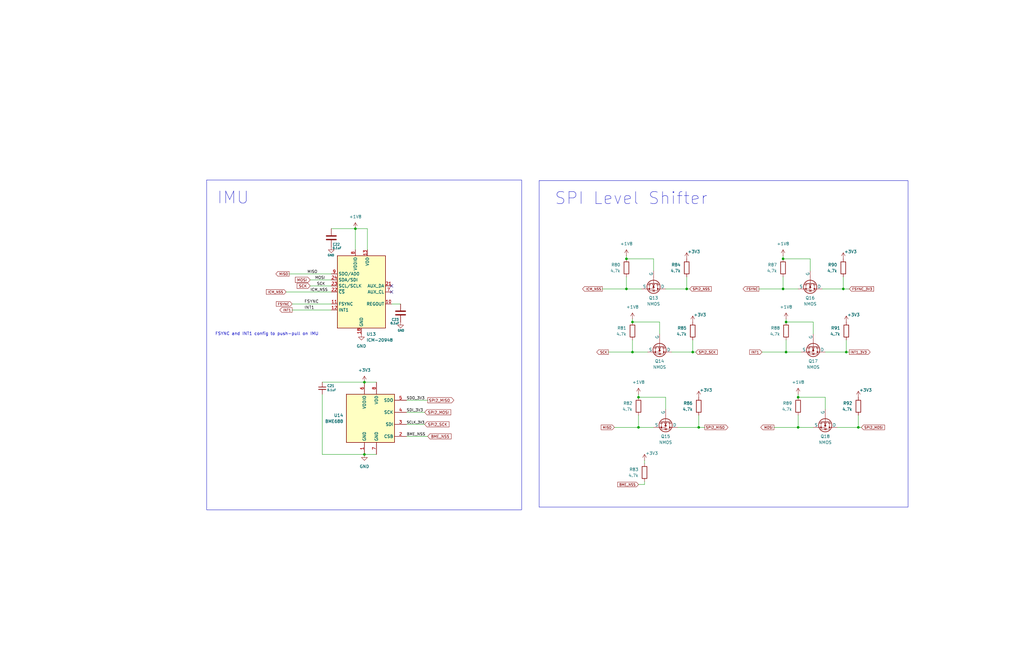
<source format=kicad_sch>
(kicad_sch (version 20250114) (generator "eeschema") (generator_version "9.0")
  (paper "B")
  (lib_symbols
    (symbol "BME688:BME688"
      (property "Reference" "U" (at 0 0 0))
      (property "Value" "BME688" (at 0 0 0))
      (symbol "BME688_0_1"
        (rectangle (start -10.16 10.16) (end 10.16 -10.16) (stroke (width 0.254)) (fill (type background)))
      )
      (symbol "BME688_1_1"
        (pin power_in line (at -2.54 15.24 270) (length 5.08) (name "VDDIO") (number "6"))
        (pin power_in line (at -2.54 -15.24 90) (length 5.08) (name "GND") (number "1"))
        (pin power_in line (at 2.54 15.24 270) (length 5.08) (name "VDD") (number "8"))
        (pin power_in line (at 2.54 -15.24 90) (length 5.08) (name "GND") (number "7"))
        (pin bidirectional line (at 15.24 7.62 180) (length 5.08) (name "SDO") (number "5"))
        (pin input line (at 15.24 2.54 180) (length 5.08) (name "SCK") (number "4"))
        (pin bidirectional line (at 15.24 -2.54 180) (length 5.08) (name "SDI") (number "3"))
        (pin input line (at 15.24 -7.62 180) (length 5.08) (name "CSB") (number "2"))
      )
    )
    (symbol "Device:C" (pin_numbers (hide yes)) (pin_names (offset 0.254))
      (property "Reference" "C" (at 0.635 2.54 0))
      (property "Value" "C" (at 0.635 -2.54 0))
      (symbol "C_0_1"
        (polyline (pts (xy -2.032 0.762) (xy 2.032 0.762)) (stroke (width 0.508)))
        (polyline (pts (xy -2.032 -0.762) (xy 2.032 -0.762)) (stroke (width 0.508)))
      )
      (symbol "C_1_1"
        (pin passive line (at 0 3.81 270) (length 2.794) (name "~") (number "1"))
        (pin passive line (at 0 -3.81 90) (length 2.794) (name "~") (number "2"))
      )
    )
    (symbol "Device:C_Small" (pin_numbers (hide yes)) (pin_names (offset 0.254) (hide yes))
      (property "Reference" "C" (at 0.254 1.778 0))
      (property "Value" "C_Small" (at 0.254 -2.032 0))
      (symbol "C_Small_0_1"
        (polyline (pts (xy -1.524 0.508) (xy 1.524 0.508)) (stroke (width 0.3048)))
        (polyline (pts (xy -1.524 -0.508) (xy 1.524 -0.508)) (stroke (width 0.3302)))
      )
      (symbol "C_Small_1_1"
        (pin passive line (at 0 2.54 270) (length 2.032) (name "~") (number "1"))
        (pin passive line (at 0 -2.54 90) (length 2.032) (name "~") (number "2"))
      )
    )
    (symbol "Device:R" (pin_numbers (hide yes)) (pin_names (offset 0))
      (property "Reference" "R" (at 2.032 0 90))
      (property "Value" "R" (at 0 0 90))
      (symbol "R_0_1"
        (rectangle (start -1.016 -2.54) (end 1.016 2.54) (stroke (width 0.254)))
      )
      (symbol "R_1_1"
        (pin passive line (at 0 3.81 270) (length 1.27) (name "~") (number "1"))
        (pin passive line (at 0 -3.81 90) (length 1.27) (name "~") (number "2"))
      )
    )
    (symbol "Sensor_Motion:ICM-20948"
      (property "Reference" "U" (at -11.43 16.51 0))
      (property "Value" "ICM-20948" (at 7.62 -16.51 0))
      (symbol "ICM-20948_0_1"
        (rectangle (start -10.16 15.24) (end 10.16 -15.24) (stroke (width 0.254)) (fill (type background)))
      )
      (symbol "ICM-20948_1_1"
        (pin bidirectional line (at -12.7 7.62 0) (length 2.54) (name "SDO/AD0") (number "9"))
        (pin bidirectional line (at -12.7 5.08 0) (length 2.54) (name "SDA/SDI") (number "24"))
        (pin input line (at -12.7 2.54 0) (length 2.54) (name "SCL/SCLK") (number "23"))
        (pin input line (at -12.7 0 0) (length 2.54) (name "~{CS}") (number "22"))
        (pin input line (at -12.7 -5.08 0) (length 2.54) (name "FSYNC") (number "11"))
        (pin output line (at -12.7 -7.62 0) (length 2.54) (name "INT1") (number "12"))
        (pin no_connect line (at -10.16 12.7 0) (length 2.54) (hide yes) (name "NC") (number "1"))
        (pin no_connect line (at -10.16 10.16 0) (length 2.54) (hide yes) (name "NC") (number "2"))
        (pin no_connect line (at -10.16 -2.54 0) (length 2.54) (hide yes) (name "NC") (number "3"))
        (pin no_connect line (at -10.16 -10.16 0) (length 2.54) (hide yes) (name "NC") (number "4"))
        (pin no_connect line (at -10.16 -12.7 0) (length 2.54) (hide yes) (name "NC") (number "5"))
        (pin power_in line (at -2.54 17.78 270) (length 2.54) (name "VDDIO") (number "8"))
        (pin power_in line (at 0 -17.78 90) (length 2.54) (name "GND") (number "18"))
        (pin passive line (at 0 -17.78 90) (length 2.54) (hide yes) (name "GND") (number "20"))
        (pin power_in line (at 2.54 17.78 270) (length 2.54) (name "VDD") (number "13"))
        (pin no_connect line (at 10.16 10.16 180) (length 2.54) (hide yes) (name "NC") (number "6"))
        (pin no_connect line (at 10.16 7.62 180) (length 2.54) (hide yes) (name "NC") (number "14"))
        (pin no_connect line (at 10.16 5.08 180) (length 2.54) (hide yes) (name "NC") (number "15"))
        (pin no_connect line (at 10.16 -7.62 180) (length 2.54) (hide yes) (name "NC") (number "16"))
        (pin no_connect line (at 10.16 -10.16 180) (length 2.54) (hide yes) (name "NC") (number "17"))
        (pin no_connect line (at 10.16 -12.7 180) (length 2.54) (hide yes) (name "RESV") (number "19"))
        (pin bidirectional line (at 12.7 2.54 180) (length 2.54) (name "AUX_DA") (number "21"))
        (pin output line (at 12.7 0 180) (length 2.54) (name "AUX_CL") (number "7"))
        (pin passive line (at 12.7 -5.08 180) (length 2.54) (name "REGOUT") (number "10"))
      )
    )
    (symbol "Simulation_SPICE:NMOS" (pin_numbers (hide yes)) (pin_names (offset 0))
      (property "Reference" "Q" (at 5.08 1.27 0))
      (property "Value" "NMOS" (at 5.08 -1.27 0))
      (symbol "NMOS_0_1"
        (polyline (pts (xy 0.254 1.905) (xy 0.254 -1.905)) (stroke (width 0.254)))
        (polyline (pts (xy 0.254 0) (xy -2.54 0)))
        (polyline (pts (xy 0.762 2.286) (xy 0.762 1.27)) (stroke (width 0.254)))
        (polyline (pts (xy 0.762 0.508) (xy 0.762 -0.508)) (stroke (width 0.254)))
        (polyline (pts (xy 0.762 -1.27) (xy 0.762 -2.286)) (stroke (width 0.254)))
        (polyline (pts (xy 0.762 -1.778) (xy 3.302 -1.778) (xy 3.302 1.778) (xy 0.762 1.778)))
        (polyline (pts (xy 1.016 0) (xy 2.032 0.381) (xy 2.032 -0.381) (xy 1.016 0)) (fill (type outline)))
        (circle (center 1.651 0) (radius 2.794) (stroke (width 0.254)))
        (polyline (pts (xy 2.54 2.54) (xy 2.54 1.778)))
        (circle (center 2.54 1.778) (radius 0.254) (fill (type outline)))
        (circle (center 2.54 -1.778) (radius 0.254) (fill (type outline)))
        (polyline (pts (xy 2.54 -2.54) (xy 2.54 0) (xy 0.762 0)))
        (polyline (pts (xy 2.794 0.508) (xy 2.921 0.381) (xy 3.683 0.381) (xy 3.81 0.254)))
        (polyline (pts (xy 3.302 0.381) (xy 2.921 -0.254) (xy 3.683 -0.254) (xy 3.302 0.381)))
      )
      (symbol "NMOS_1_1"
        (pin input line (at -5.08 0 0) (length 2.54) (name "G") (number "2"))
        (pin passive line (at 2.54 5.08 270) (length 2.54) (name "D") (number "1"))
        (pin passive line (at 2.54 -5.08 90) (length 2.54) (name "S") (number "3"))
      )
    )
    (symbol "power:+1V8" (power) (pin_numbers (hide yes)) (pin_names (offset 0) (hide yes))
      (property "Value" "+1V8" (at 0 3.556 0))
      (symbol "+1V8_0_1"
        (polyline (pts (xy -0.762 1.27) (xy 0 2.54)))
        (polyline (pts (xy 0 2.54) (xy 0.762 1.27)))
        (polyline (pts (xy 0 0) (xy 0 2.54)))
      )
      (symbol "+1V8_1_1"
        (pin power_in line (at 0 0 90) (length 0) (name "~") (number "1"))
      )
    )
    (symbol "power:+3V3" (power) (pin_numbers (hide yes)) (pin_names (offset 0) (hide yes))
      (property "Value" "+3V3" (at 0 3.556 0))
      (symbol "+3V3_0_1"
        (polyline (pts (xy -0.762 1.27) (xy 0 2.54)))
        (polyline (pts (xy 0 2.54) (xy 0.762 1.27)))
        (polyline (pts (xy 0 0) (xy 0 2.54)))
      )
      (symbol "+3V3_1_1"
        (pin power_in line (at 0 0 90) (length 0) (name "~") (number "1"))
      )
    )
    (symbol "power:GND" (power) (pin_numbers (hide yes)) (pin_names (offset 0) (hide yes))
      (property "Value" "GND" (at 0 -3.81 0))
      (symbol "GND_0_1"
        (polyline (pts (xy 0 0) (xy 0 -1.27) (xy 1.27 -1.27) (xy 0 -2.54) (xy -1.27 -1.27) (xy 0 -1.27)))
      )
      (symbol "GND_1_1"
        (pin power_in line (at 0 0 270) (length 0) (name "~") (number "1"))
      )
    )
  )
  (rectangle (start 87.122 75.946) (end 219.964 215.138))
  (rectangle (start 227.33 76.2) (end 382.905 213.995))
  (text "IMU" (at 98.298 83.566 0) (effects (font (size 5.08 5.08))))
  (text "FSYNC and INT1 config to push-pull on IMU\n\n" (at 112.522 141.986 0) (effects (font (size 1.27 1.27))))
  (text "SPI Level Shifter" (at 266.192 83.82 0) (effects (font (size 5.08 5.08))))
  (junction (at 264.16 121.92))
  (junction (at 149.86 96.52))
  (junction (at 153.67 191.77))
  (junction (at 361.95 180.34))
  (junction (at 289.56 121.92))
  (junction (at 294.64 180.34))
  (junction (at 336.55 167.64))
  (junction (at 330.2 109.22))
  (junction (at 330.2 121.92))
  (junction (at 331.47 148.59))
  (junction (at 264.16 109.22))
  (junction (at 336.55 180.34))
  (junction (at 269.24 167.64))
  (junction (at 292.1 148.59))
  (junction (at 355.6 121.92))
  (junction (at 266.7 148.59))
  (junction (at 331.47 135.89))
  (junction (at 266.7 135.89))
  (junction (at 153.67 161.29))
  (junction (at 356.87 148.59))
  (junction (at 269.24 180.34))
  (no_connect (at 165.1 120.65))
  (no_connect (at 165.1 123.19))
  (wire (pts (xy 347.98 148.59) (xy 356.87 148.59)))
  (wire (pts (xy 130.81 120.65) (xy 139.7 120.65)))
  (wire (pts (xy 266.7 134.62) (xy 266.7 135.89)))
  (wire (pts (xy 123.19 130.81) (xy 139.7 130.81)))
  (wire (pts (xy 266.7 148.59) (xy 273.05 148.59)))
  (wire (pts (xy 355.6 121.92) (xy 355.6 116.84)))
  (wire (pts (xy 259.08 180.34) (xy 269.24 180.34)))
  (wire (pts (xy 256.54 148.59) (xy 266.7 148.59)))
  (wire (pts (xy 269.24 167.64) (xy 280.67 167.64)))
  (wire (pts (xy 121.92 115.57) (xy 139.7 115.57)))
  (wire (pts (xy 361.95 180.34) (xy 363.22 180.34)))
  (wire (pts (xy 355.6 121.92) (xy 358.14 121.92)))
  (wire (pts (xy 275.59 109.22) (xy 275.59 114.3)))
  (wire (pts (xy 264.16 109.22) (xy 275.59 109.22)))
  (wire (pts (xy 289.56 116.84) (xy 289.56 121.92)))
  (wire (pts (xy 149.86 96.52) (xy 154.94 96.52)))
  (wire (pts (xy 153.67 191.77) (xy 158.75 191.77)))
  (wire (pts (xy 264.16 121.92) (xy 270.51 121.92)))
  (wire (pts (xy 320.04 121.92) (xy 330.2 121.92)))
  (wire (pts (xy 280.67 167.64) (xy 280.67 172.72)))
  (wire (pts (xy 269.24 166.37) (xy 269.24 167.64)))
  (wire (pts (xy 280.67 121.92) (xy 289.56 121.92)))
  (wire (pts (xy 361.95 175.26) (xy 361.95 180.34)))
  (wire (pts (xy 283.21 148.59) (xy 292.1 148.59)))
  (wire (pts (xy 266.7 135.89) (xy 278.13 135.89)))
  (wire (pts (xy 179.07 173.99) (xy 171.45 173.99)))
  (wire (pts (xy 321.31 148.59) (xy 331.47 148.59)))
  (wire (pts (xy 269.24 175.26) (xy 269.24 180.34)))
  (wire (pts (xy 336.55 167.64) (xy 347.98 167.64)))
  (wire (pts (xy 149.86 96.52) (xy 149.86 105.41)))
  (wire (pts (xy 356.87 148.59) (xy 358.14 148.59)))
  (wire (pts (xy 326.39 180.34) (xy 336.55 180.34)))
  (wire (pts (xy 289.56 121.92) (xy 290.83 121.92)))
  (wire (pts (xy 330.2 109.22) (xy 341.63 109.22)))
  (wire (pts (xy 331.47 148.59) (xy 337.82 148.59)))
  (wire (pts (xy 331.47 143.51) (xy 331.47 148.59)))
  (wire (pts (xy 285.75 180.34) (xy 294.64 180.34)))
  (wire (pts (xy 330.2 121.92) (xy 336.55 121.92)))
  (wire (pts (xy 331.47 135.89) (xy 342.9 135.89)))
  (wire (pts (xy 269.24 204.47) (xy 271.78 204.47)))
  (wire (pts (xy 264.16 107.95) (xy 264.16 109.22)))
  (wire (pts (xy 120.65 123.19) (xy 139.7 123.19)))
  (wire (pts (xy 271.78 194.31) (xy 271.78 195.58)))
  (wire (pts (xy 292.1 143.51) (xy 292.1 148.59)))
  (wire (pts (xy 347.98 167.64) (xy 347.98 172.72)))
  (wire (pts (xy 330.2 107.95) (xy 330.2 109.22)))
  (wire (pts (xy 294.64 180.34) (xy 297.18 180.34)))
  (wire (pts (xy 353.06 180.34) (xy 361.95 180.34)))
  (wire (pts (xy 336.55 180.34) (xy 342.9 180.34)))
  (wire (pts (xy 154.94 96.52) (xy 154.94 105.41)))
  (wire (pts (xy 336.55 166.37) (xy 336.55 167.64)))
  (wire (pts (xy 153.67 161.29) (xy 158.75 161.29)))
  (wire (pts (xy 264.16 116.84) (xy 264.16 121.92)))
  (wire (pts (xy 278.13 135.89) (xy 278.13 140.97)))
  (wire (pts (xy 330.2 116.84) (xy 330.2 121.92)))
  (wire (pts (xy 341.63 109.22) (xy 341.63 114.3)))
  (wire (pts (xy 135.89 161.29) (xy 153.67 161.29)))
  (wire (pts (xy 336.55 175.26) (xy 336.55 180.34)))
  (wire (pts (xy 180.34 168.91) (xy 171.45 168.91)))
  (wire (pts (xy 123.19 128.27) (xy 139.7 128.27)))
  (wire (pts (xy 130.81 118.11) (xy 139.7 118.11)))
  (wire (pts (xy 171.45 184.15) (xy 180.34 184.15)))
  (wire (pts (xy 356.87 143.51) (xy 356.87 148.59)))
  (wire (pts (xy 271.78 204.47) (xy 271.78 203.2)))
  (wire (pts (xy 135.89 191.77) (xy 135.89 166.37)))
  (wire (pts (xy 346.71 121.92) (xy 355.6 121.92)))
  (wire (pts (xy 168.91 128.27) (xy 165.1 128.27)))
  (wire (pts (xy 331.47 134.62) (xy 331.47 135.89)))
  (wire (pts (xy 149.86 96.52) (xy 139.7 96.52)))
  (wire (pts (xy 292.1 148.59) (xy 293.37 148.59)))
  (wire (pts (xy 179.07 179.07) (xy 171.45 179.07)))
  (wire (pts (xy 254 121.92) (xy 264.16 121.92)))
  (wire (pts (xy 342.9 135.89) (xy 342.9 140.97)))
  (wire (pts (xy 266.7 143.51) (xy 266.7 148.59)))
  (wire (pts (xy 294.64 175.26) (xy 294.64 180.34)))
  (wire (pts (xy 135.89 191.77) (xy 153.67 191.77)))
  (wire (pts (xy 269.24 180.34) (xy 275.59 180.34)))
  (label "SCK" (at 137.16 120.65 180) (effects (font (size 1.143 1.143))))
  (label "SDI_3V3" (at 171.45 173.99 0) (effects (font (size 1.143 1.143))))
  (label "INT1" (at 128.27 130.81 0))
  (label "BME_NSS" (at 171.45 184.15 0) (effects (font (size 1.143 1.143))))
  (label "MOSI" (at 137.16 118.11 180) (effects (font (size 1.143 1.143))))
  (label "MISO" (at 129.54 115.57 0) (effects (font (size 1.143 1.143))))
  (label "SCLK_3V3" (at 171.45 179.07 0) (effects (font (size 1.016 1.016))))
  (label "SDO_3V3" (at 171.45 168.91 0) (effects (font (size 1.143 1.143))))
  (label "FSYNC" (at 128.27 128.27 0))
  (label "ICM_NSS" (at 130.81 123.19 0) (effects (font (size 1.143 1.143))))
  (global_label "FSYNC_3V3" (shape input) (at 358.14 121.92 0) (effects (font (size 1.016 1.016))) (property "Intersheetrefs" "${INTERSHEET_REFS}" (at 368.8979 121.92 0) (effects (justify left))))
  (global_label "MOSI" (shape input) (at 130.81 118.11 180) (effects (font (size 1.143 1.143))) (property "Intersheetrefs" "${INTERSHEET_REFS}" (at 123.9869 118.11 0) (effects (justify right))))
  (global_label "SCK" (shape output) (at 256.54 148.59 180) (effects (font (size 1.016 1.016))) (property "Intersheetrefs" "${INTERSHEET_REFS}" (at 251.1525 148.59 0) (effects (justify right))))
  (global_label "MISO" (shape output) (at 121.92 115.57 180) (effects (font (size 1.016 1.016))) (property "Intersheetrefs" "${INTERSHEET_REFS}" (at 115.8552 115.57 0) (effects (justify right))))
  (global_label "INT1" (shape input) (at 321.31 148.59 180) (effects (font (size 1.016 1.016))) (property "Intersheetrefs" "${INTERSHEET_REFS}" (at 315.6322 148.59 0) (effects (justify right))))
  (global_label "SPI2_SCK" (shape input) (at 179.07 179.07 0) (effects (font (size 1.143 1.143))) (property "Intersheetrefs" "${INTERSHEET_REFS}" (at 189.8665 179.07 0) (effects (justify left))))
  (global_label "ICM_NSS" (shape output) (at 254 121.92 180) (effects (font (size 1.016 1.016))) (property "Intersheetrefs" "${INTERSHEET_REFS}" (at 245.1775 121.92 0) (effects (justify right))))
  (global_label "MISO" (shape input) (at 259.08 180.34 180) (effects (font (size 1.016 1.016))) (property "Intersheetrefs" "${INTERSHEET_REFS}" (at 253.0152 180.34 0) (effects (justify right))))
  (global_label "SCK" (shape input) (at 130.81 120.65 180) (effects (font (size 1.143 1.143))) (property "Intersheetrefs" "${INTERSHEET_REFS}" (at 124.7489 120.65 0) (effects (justify right))))
  (global_label "ICM_NSS" (shape input) (at 120.65 123.19 180) (effects (font (size 1.016 1.016))) (property "Intersheetrefs" "${INTERSHEET_REFS}" (at 111.8275 123.19 0) (effects (justify right))))
  (global_label "BME_NSS" (shape input) (at 180.34 184.15 0) (effects (font (size 1.143 1.143))) (property "Intersheetrefs" "${INTERSHEET_REFS}" (at 190.7554 184.15 0) (effects (justify left))))
  (global_label "BME_NSS" (shape input) (at 269.24 204.47 180) (effects (font (size 1.016 1.016))) (property "Intersheetrefs" "${INTERSHEET_REFS}" (at 259.9821 204.47 0) (effects (justify right))))
  (global_label "INT1" (shape output) (at 123.19 130.81 180) (effects (font (size 1.016 1.016))) (property "Intersheetrefs" "${INTERSHEET_REFS}" (at 117.5122 130.81 0) (effects (justify right))))
  (global_label "SPI2_NSS" (shape input) (at 290.83 121.92 0) (effects (font (size 1.016 1.016))) (property "Intersheetrefs" "${INTERSHEET_REFS}" (at 300.4266 121.92 0) (effects (justify left))))
  (global_label "SPI2_MISO" (shape output) (at 180.34 168.91 0) (effects (font (size 1.143 1.143))) (property "Intersheetrefs" "${INTERSHEET_REFS}" (at 191.8985 168.91 0) (effects (justify left))))
  (global_label "SPI2_MOSI" (shape input) (at 179.07 173.99 0) (effects (font (size 1.143 1.143))) (property "Intersheetrefs" "${INTERSHEET_REFS}" (at 190.6285 173.99 0) (effects (justify left))))
  (global_label "INT1_3V3" (shape output) (at 358.14 148.59 0) (effects (font (size 1.016 1.016))) (property "Intersheetrefs" "${INTERSHEET_REFS}" (at 367.398 148.59 0) (effects (justify left))))
  (global_label "FSYNC" (shape input) (at 123.19 128.27 180) (effects (font (size 1.016 1.016))) (property "Intersheetrefs" "${INTERSHEET_REFS}" (at 116.0123 128.27 0) (effects (justify right))))
  (global_label "MOSI" (shape output) (at 326.39 180.34 180) (effects (font (size 1.016 1.016))) (property "Intersheetrefs" "${INTERSHEET_REFS}" (at 320.3252 180.34 0) (effects (justify right))))
  (global_label "SPI2_SCK" (shape input) (at 293.37 148.59 0) (effects (font (size 1.016 1.016))) (property "Intersheetrefs" "${INTERSHEET_REFS}" (at 302.9666 148.59 0) (effects (justify left))))
  (global_label "SPI2_MOSI" (shape input) (at 363.22 180.34 0) (effects (font (size 1.016 1.016))) (property "Intersheetrefs" "${INTERSHEET_REFS}" (at 373.4939 180.34 0) (effects (justify left))))
  (global_label "FSYNC" (shape output) (at 320.04 121.92 180) (effects (font (size 1.016 1.016))) (property "Intersheetrefs" "${INTERSHEET_REFS}" (at 312.8623 121.92 0) (effects (justify right))))
  (global_label "SPI2_MISO" (shape output) (at 297.18 180.34 0) (effects (font (size 1.016 1.016))) (property "Intersheetrefs" "${INTERSHEET_REFS}" (at 307.4539 180.34 0) (effects (justify left))))
  (symbol (lib_id "Sensor_Motion:ICM-20948") (at 152.4 123.19 0) (unit 1)
    (property "Reference" "U13" (at 154.5433 140.97 0) (effects (justify left)))
    (property "Value" "ICM-20948" (at 154.5433 143.51 0) (effects (justify left)))
    (property "Footprint" "Sensor_Motion:InvenSense_QFN-24_3x3mm_P0.4mm" (effects (hide yes)))
    (property "Datasheet" "http://www.invensense.com/wp-content/uploads/2016/06/DS-000189-ICM-20948-v1.3.pdf" (effects (hide yes)))
    (property "Description" "InvenSense 9-Axis Motion Sensor, Accelerometer, Gyroscope, Compass, I2C/SPI, QFN-24" (effects (hide yes)))
  )
  (symbol (lib_id "BME688:BME688") (at 156.21 176.53 0) (unit 1)
    (property "Reference" "U14" (at 144.78 175.2599 0) (effects (justify right)))
    (property "Value" "BME688" (at 144.78 177.7999 0) (effects (justify right)))
    (property "Footprint" "Package_LGA:Bosch_LGA-8_3x3mm_P0.8mm_ClockwisePinNumbering" (effects (hide yes)))
    (property "Datasheet" "https://www.bosch-sensortec.com/media/boschsensortec/downloads/datasheets/bst-bme688-ds000.pdf" (effects (hide yes)))
  )
  (symbol (lib_id "Device:R") (at 264.16 113.03 0) (mirror y) (unit 1)
    (property "Reference" "R80" (at 261.62 111.7599 0) (effects (justify left)))
    (property "Value" "4.7k" (at 261.62 114.2999 0) (effects (justify left)))
    (property "Footprint" "Resistor_SMD:R_0603_1608Metric_Pad0.98x0.95mm_HandSolder" (effects (hide yes)))
    (property "Datasheet" "https://www.yageogroup.com/content/datasheet/asset/file/PYU-AC_51_ROHS_L" (effects (hide yes)))
    (property "Description" "Resistor" (effects (hide yes)))
    (property "Digi PN" "311-10KLDCT-ND" (effects (hide yes)))
    (property "Digi URL" "https://www.digikey.com/en/products/detail/yageo/AC0603FR-0710KL/2827814" (effects (hide yes)))
    (property "MFG" "Yageo" (effects (hide yes)))
    (property "MFG PN" "AC0603FR-0710KL" (effects (hide yes)))
  )
  (symbol (lib_id "Simulation_SPICE:NMOS") (at 278.13 146.05 270) (unit 1)
    (property "Reference" "Q14" (at 278.13 152.4 90))
    (property "Value" "NMOS" (at 278.13 154.94 90))
    (property "Footprint" "Package_TO_SOT_SMD:SOT-23_Handsoldering" (effects (hide yes)))
    (property "Datasheet" "https://ngspice.sourceforge.io/docs/ngspice-html-manual/manual.xhtml#cha_MOSFETs" (effects (hide yes)))
    (property "Description" "N-MOSFET transistor, drain/source/gate" (effects (hide yes)))
    (property "Sim.Device" "NMOS" (effects (hide yes)))
    (property "Sim.Type" "VDMOS" (effects (hide yes)))
    (property "Sim.Pins" "1=D 2=G 3=S" (effects (hide yes)))
  )
  (symbol (lib_id "power:GND") (at 139.7 104.14 0) (unit 1)
    (property "Reference" "#PWR099" (effects (hide yes)))
    (property "Value" "GND" (at 140.97 107.696 0) (effects (font (size 0.889 0.889)) (justify right)))
    (property "Description" "Power symbol creates a global label with name \"GND\" , ground" (effects (hide yes)))
  )
  (symbol (lib_id "Device:R") (at 271.78 199.39 0) (mirror y) (unit 1)
    (property "Reference" "R83" (at 269.24 198.1199 0) (effects (justify left)))
    (property "Value" "4.7k" (at 269.24 200.6599 0) (effects (justify left)))
    (property "Footprint" "Resistor_SMD:R_0603_1608Metric_Pad0.98x0.95mm_HandSolder" (effects (hide yes)))
    (property "Datasheet" "https://www.yageogroup.com/content/datasheet/asset/file/PYU-AC_51_ROHS_L" (effects (hide yes)))
    (property "Description" "Resistor" (effects (hide yes)))
    (property "Digi PN" "311-10KLDCT-ND" (effects (hide yes)))
    (property "Digi URL" "https://www.digikey.com/en/products/detail/yageo/AC0603FR-0710KL/2827814" (effects (hide yes)))
    (property "MFG" "Yageo" (effects (hide yes)))
    (property "MFG PN" "AC0603FR-0710KL" (effects (hide yes)))
  )
  (symbol (lib_id "power:+1V8") (at 149.86 96.52 0) (unit 1)
    (property "Reference" "#PWR0100" (effects (hide yes)))
    (property "Value" "+1V8" (at 149.86 91.44 0))
    (property "Description" "Power symbol creates a global label with name \"+1V8\"" (effects (hide yes)))
  )
  (symbol (lib_id "power:+1V8") (at 330.2 107.95 0) (unit 1)
    (property "Reference" "#PWR0112" (effects (hide yes)))
    (property "Value" "+1V8" (at 330.2 102.87 0))
    (property "Description" "Power symbol creates a global label with name \"+1V8\"" (effects (hide yes)))
  )
  (symbol (lib_id "Device:R") (at 355.6 113.03 0) (mirror y) (unit 1)
    (property "Reference" "R90" (at 353.06 111.7599 0) (effects (justify left)))
    (property "Value" "4.7k" (at 353.06 114.2999 0) (effects (justify left)))
    (property "Footprint" "Resistor_SMD:R_0603_1608Metric_Pad0.98x0.95mm_HandSolder" (effects (hide yes)))
    (property "Datasheet" "https://www.yageogroup.com/content/datasheet/asset/file/PYU-AC_51_ROHS_L" (effects (hide yes)))
    (property "Description" "Resistor" (effects (hide yes)))
    (property "Digi PN" "311-10KLDCT-ND" (effects (hide yes)))
    (property "Digi URL" "https://www.digikey.com/en/products/detail/yageo/AC0603FR-0710KL/2827814" (effects (hide yes)))
    (property "MFG" "Yageo" (effects (hide yes)))
    (property "MFG PN" "AC0603FR-0710KL" (effects (hide yes)))
  )
  (symbol (lib_id "Simulation_SPICE:NMOS") (at 347.98 177.8 270) (unit 1)
    (property "Reference" "Q18" (at 347.98 184.15 90))
    (property "Value" "NMOS" (at 347.98 186.69 90))
    (property "Footprint" "Package_TO_SOT_SMD:SOT-23_Handsoldering" (effects (hide yes)))
    (property "Datasheet" "https://ngspice.sourceforge.io/docs/ngspice-html-manual/manual.xhtml#cha_MOSFETs" (effects (hide yes)))
    (property "Description" "N-MOSFET transistor, drain/source/gate" (effects (hide yes)))
    (property "Sim.Device" "NMOS" (effects (hide yes)))
    (property "Sim.Type" "VDMOS" (effects (hide yes)))
    (property "Sim.Pins" "1=D 2=G 3=S" (effects (hide yes)))
  )
  (symbol (lib_id "Device:R") (at 269.24 171.45 0) (mirror y) (unit 1)
    (property "Reference" "R82" (at 266.7 170.1799 0) (effects (justify left)))
    (property "Value" "4.7k" (at 266.7 172.7199 0) (effects (justify left)))
    (property "Footprint" "Resistor_SMD:R_0603_1608Metric_Pad0.98x0.95mm_HandSolder" (effects (hide yes)))
    (property "Datasheet" "https://www.yageogroup.com/content/datasheet/asset/file/PYU-AC_51_ROHS_L" (effects (hide yes)))
    (property "Description" "Resistor" (effects (hide yes)))
    (property "Digi PN" "311-10KLDCT-ND" (effects (hide yes)))
    (property "Digi URL" "https://www.digikey.com/en/products/detail/yageo/AC0603FR-0710KL/2827814" (effects (hide yes)))
    (property "MFG" "Yageo" (effects (hide yes)))
    (property "MFG PN" "AC0603FR-0710KL" (effects (hide yes)))
  )
  (symbol (lib_id "power:+3V3") (at 356.87 135.89 0) (unit 1)
    (property "Reference" "#PWR0116" (effects (hide yes)))
    (property "Value" "+3V3" (at 359.918 132.842 0))
    (property "Description" "Power symbol creates a global label with name \"+3V3\"" (effects (hide yes)))
  )
  (symbol (lib_id "Simulation_SPICE:NMOS") (at 341.63 119.38 270) (unit 1)
    (property "Reference" "Q16" (at 341.63 125.73 90))
    (property "Value" "NMOS" (at 341.63 128.27 90))
    (property "Footprint" "Package_TO_SOT_SMD:SOT-23_Handsoldering" (effects (hide yes)))
    (property "Datasheet" "https://ngspice.sourceforge.io/docs/ngspice-html-manual/manual.xhtml#cha_MOSFETs" (effects (hide yes)))
    (property "Description" "N-MOSFET transistor, drain/source/gate" (effects (hide yes)))
    (property "Sim.Device" "NMOS" (effects (hide yes)))
    (property "Sim.Type" "VDMOS" (effects (hide yes)))
    (property "Sim.Pins" "1=D 2=G 3=S" (effects (hide yes)))
  )
  (symbol (lib_id "power:+1V8") (at 331.47 134.62 0) (unit 1)
    (property "Reference" "#PWR0113" (effects (hide yes)))
    (property "Value" "+1V8" (at 331.47 129.54 0))
    (property "Description" "Power symbol creates a global label with name \"+1V8\"" (effects (hide yes)))
  )
  (symbol (lib_id "Device:R") (at 336.55 171.45 0) (mirror y) (unit 1)
    (property "Reference" "R89" (at 334.01 170.1799 0) (effects (justify left)))
    (property "Value" "4.7k" (at 334.01 172.7199 0) (effects (justify left)))
    (property "Footprint" "Resistor_SMD:R_0603_1608Metric_Pad0.98x0.95mm_HandSolder" (effects (hide yes)))
    (property "Datasheet" "https://www.yageogroup.com/content/datasheet/asset/file/PYU-AC_51_ROHS_L" (effects (hide yes)))
    (property "Description" "Resistor" (effects (hide yes)))
    (property "Digi PN" "311-10KLDCT-ND" (effects (hide yes)))
    (property "Digi URL" "https://www.digikey.com/en/products/detail/yageo/AC0603FR-0710KL/2827814" (effects (hide yes)))
    (property "MFG" "Yageo" (effects (hide yes)))
    (property "MFG PN" "AC0603FR-0710KL" (effects (hide yes)))
  )
  (symbol (lib_id "power:+3V3") (at 361.95 167.64 0) (unit 1)
    (property "Reference" "#PWR0117" (effects (hide yes)))
    (property "Value" "+3V3" (at 364.998 164.592 0))
    (property "Description" "Power symbol creates a global label with name \"+3V3\"" (effects (hide yes)))
  )
  (symbol (lib_id "power:GND") (at 168.91 135.89 0) (mirror y) (unit 1)
    (property "Reference" "#PWR0104" (effects (hide yes)))
    (property "Value" "GND" (at 167.64 139.446 0) (effects (font (size 0.889 0.889)) (justify right)))
    (property "Description" "Power symbol creates a global label with name \"GND\" , ground" (effects (hide yes)))
  )
  (symbol (lib_id "Device:C") (at 139.7 100.33 0) (unit 1)
    (property "Reference" "C22" (at 140.208 103.124 0) (effects (font (size 1.016 1.016)) (justify left)))
    (property "Value" "0.1uF" (at 140.208 104.648 0) (effects (font (size 0.889 0.889)) (justify left)))
    (property "Footprint" "Capacitor_SMD:C_0603_1608Metric_Pad1.08x0.95mm_HandSolder" (effects (hide yes)))
    (property "Datasheet" "https://www.yageogroup.com/download/specsheet/CC0603DRNPO9BN6R8" (effects (hide yes)))
    (property "Digi PN" "311-3874-1-ND" (effects (hide yes)))
    (property "Digi URL" "https://www.digikey.com/en/products/detail/yageo/CC0603DRNPO9BN6R8/3767594" (effects (hide yes)))
    (property "MFG" "Yageo" (effects (hide yes)))
    (property "MFG PN" "CC0603DRNPO9BN6R8" (effects (hide yes)))
  )
  (symbol (lib_id "power:+3V3") (at 292.1 135.89 0) (unit 1)
    (property "Reference" "#PWR0110" (effects (hide yes)))
    (property "Value" "+3V3" (at 295.148 132.842 0))
    (property "Description" "Power symbol creates a global label with name \"+3V3\"" (effects (hide yes)))
  )
  (symbol (lib_id "Simulation_SPICE:NMOS") (at 280.67 177.8 270) (unit 1)
    (property "Reference" "Q15" (at 280.67 184.15 90))
    (property "Value" "NMOS" (at 280.67 186.69 90))
    (property "Footprint" "Package_TO_SOT_SMD:SOT-23_Handsoldering" (effects (hide yes)))
    (property "Datasheet" "https://ngspice.sourceforge.io/docs/ngspice-html-manual/manual.xhtml#cha_MOSFETs" (effects (hide yes)))
    (property "Description" "N-MOSFET transistor, drain/source/gate" (effects (hide yes)))
    (property "Sim.Device" "NMOS" (effects (hide yes)))
    (property "Sim.Type" "VDMOS" (effects (hide yes)))
    (property "Sim.Pins" "1=D 2=G 3=S" (effects (hide yes)))
  )
  (symbol (lib_id "Device:R") (at 361.95 171.45 0) (mirror y) (unit 1)
    (property "Reference" "R92" (at 359.41 170.1799 0) (effects (justify left)))
    (property "Value" "4.7k" (at 359.41 172.7199 0) (effects (justify left)))
    (property "Footprint" "Resistor_SMD:R_0603_1608Metric_Pad0.98x0.95mm_HandSolder" (effects (hide yes)))
    (property "Datasheet" "https://www.yageogroup.com/content/datasheet/asset/file/PYU-AC_51_ROHS_L" (effects (hide yes)))
    (property "Description" "Resistor" (effects (hide yes)))
    (property "Digi PN" "311-10KLDCT-ND" (effects (hide yes)))
    (property "Digi URL" "https://www.digikey.com/en/products/detail/yageo/AC0603FR-0710KL/2827814" (effects (hide yes)))
    (property "MFG" "Yageo" (effects (hide yes)))
    (property "MFG PN" "AC0603FR-0710KL" (effects (hide yes)))
  )
  (symbol (lib_id "Simulation_SPICE:NMOS") (at 275.59 119.38 270) (unit 1)
    (property "Reference" "Q13" (at 275.59 125.73 90))
    (property "Value" "NMOS" (at 275.59 128.27 90))
    (property "Footprint" "Package_TO_SOT_SMD:SOT-23_Handsoldering" (effects (hide yes)))
    (property "Datasheet" "https://ngspice.sourceforge.io/docs/ngspice-html-manual/manual.xhtml#cha_MOSFETs" (effects (hide yes)))
    (property "Description" "N-MOSFET transistor, drain/source/gate" (effects (hide yes)))
    (property "Sim.Device" "NMOS" (effects (hide yes)))
    (property "Sim.Type" "VDMOS" (effects (hide yes)))
    (property "Sim.Pins" "1=D 2=G 3=S" (effects (hide yes)))
  )
  (symbol (lib_id "power:GND") (at 152.4 140.97 0) (unit 1)
    (property "Reference" "#PWR0101" (effects (hide yes)))
    (property "Value" "GND" (at 152.4 146.05 0))
    (property "Description" "Power symbol creates a global label with name \"GND\" , ground" (effects (hide yes)))
  )
  (symbol (lib_id "power:+1V8") (at 269.24 166.37 0) (unit 1)
    (property "Reference" "#PWR0107" (effects (hide yes)))
    (property "Value" "+1V8" (at 269.24 161.29 0))
    (property "Description" "Power symbol creates a global label with name \"+1V8\"" (effects (hide yes)))
  )
  (symbol (lib_id "power:+3V3") (at 271.78 194.31 0) (unit 1)
    (property "Reference" "#PWR0108" (effects (hide yes)))
    (property "Value" "+3V3" (at 274.828 191.262 0))
    (property "Description" "Power symbol creates a global label with name \"+3V3\"" (effects (hide yes)))
  )
  (symbol (lib_id "power:GND") (at 153.67 191.77 0) (unit 1)
    (property "Reference" "#PWR0103" (effects (hide yes)))
    (property "Value" "GND" (at 153.67 196.85 0))
    (property "Description" "Power symbol creates a global label with name \"GND\" , ground" (effects (hide yes)))
  )
  (symbol (lib_id "Device:R") (at 294.64 171.45 0) (mirror y) (unit 1)
    (property "Reference" "R86" (at 292.1 170.1799 0) (effects (justify left)))
    (property "Value" "4.7k" (at 292.1 172.7199 0) (effects (justify left)))
    (property "Footprint" "Resistor_SMD:R_0603_1608Metric_Pad0.98x0.95mm_HandSolder" (effects (hide yes)))
    (property "Datasheet" "https://www.yageogroup.com/content/datasheet/asset/file/PYU-AC_51_ROHS_L" (effects (hide yes)))
    (property "Description" "Resistor" (effects (hide yes)))
    (property "Digi PN" "311-10KLDCT-ND" (effects (hide yes)))
    (property "Digi URL" "https://www.digikey.com/en/products/detail/yageo/AC0603FR-0710KL/2827814" (effects (hide yes)))
    (property "MFG" "Yageo" (effects (hide yes)))
    (property "MFG PN" "AC0603FR-0710KL" (effects (hide yes)))
  )
  (symbol (lib_id "power:+3V3") (at 355.6 109.22 0) (unit 1)
    (property "Reference" "#PWR0115" (effects (hide yes)))
    (property "Value" "+3V3" (at 358.648 106.172 0))
    (property "Description" "Power symbol creates a global label with name \"+3V3\"" (effects (hide yes)))
  )
  (symbol (lib_id "power:+1V8") (at 336.55 166.37 0) (unit 1)
    (property "Reference" "#PWR0114" (effects (hide yes)))
    (property "Value" "+1V8" (at 336.55 161.29 0))
    (property "Description" "Power symbol creates a global label with name \"+1V8\"" (effects (hide yes)))
  )
  (symbol (lib_id "Device:R") (at 330.2 113.03 0) (mirror y) (unit 1)
    (property "Reference" "R87" (at 327.66 111.7599 0) (effects (justify left)))
    (property "Value" "4.7k" (at 327.66 114.2999 0) (effects (justify left)))
    (property "Footprint" "Resistor_SMD:R_0603_1608Metric_Pad0.98x0.95mm_HandSolder" (effects (hide yes)))
    (property "Datasheet" "https://www.yageogroup.com/content/datasheet/asset/file/PYU-AC_51_ROHS_L" (effects (hide yes)))
    (property "Description" "Resistor" (effects (hide yes)))
    (property "Digi PN" "311-10KLDCT-ND" (effects (hide yes)))
    (property "Digi URL" "https://www.digikey.com/en/products/detail/yageo/AC0603FR-0710KL/2827814" (effects (hide yes)))
    (property "MFG" "Yageo" (effects (hide yes)))
    (property "MFG PN" "AC0603FR-0710KL" (effects (hide yes)))
  )
  (symbol (lib_id "power:+3V3") (at 294.64 167.64 0) (unit 1)
    (property "Reference" "#PWR0111" (effects (hide yes)))
    (property "Value" "+3V3" (at 297.688 164.592 0))
    (property "Description" "Power symbol creates a global label with name \"+3V3\"" (effects (hide yes)))
  )
  (symbol (lib_id "Device:R") (at 292.1 139.7 0) (mirror y) (unit 1)
    (property "Reference" "R85" (at 289.56 138.4299 0) (effects (justify left)))
    (property "Value" "4.7k" (at 289.56 140.9699 0) (effects (justify left)))
    (property "Footprint" "Resistor_SMD:R_0603_1608Metric_Pad0.98x0.95mm_HandSolder" (effects (hide yes)))
    (property "Datasheet" "https://www.yageogroup.com/content/datasheet/asset/file/PYU-AC_51_ROHS_L" (effects (hide yes)))
    (property "Description" "Resistor" (effects (hide yes)))
    (property "Digi PN" "311-10KLDCT-ND" (effects (hide yes)))
    (property "Digi URL" "https://www.digikey.com/en/products/detail/yageo/AC0603FR-0710KL/2827814" (effects (hide yes)))
    (property "MFG" "Yageo" (effects (hide yes)))
    (property "MFG PN" "AC0603FR-0710KL" (effects (hide yes)))
  )
  (symbol (lib_id "Device:R") (at 266.7 139.7 0) (mirror y) (unit 1)
    (property "Reference" "R81" (at 264.16 138.4299 0) (effects (justify left)))
    (property "Value" "4.7k" (at 264.16 140.9699 0) (effects (justify left)))
    (property "Footprint" "Resistor_SMD:R_0603_1608Metric_Pad0.98x0.95mm_HandSolder" (effects (hide yes)))
    (property "Datasheet" "https://www.yageogroup.com/content/datasheet/asset/file/PYU-AC_51_ROHS_L" (effects (hide yes)))
    (property "Description" "Resistor" (effects (hide yes)))
    (property "Digi PN" "311-10KLDCT-ND" (effects (hide yes)))
    (property "Digi URL" "https://www.digikey.com/en/products/detail/yageo/AC0603FR-0710KL/2827814" (effects (hide yes)))
    (property "MFG" "Yageo" (effects (hide yes)))
    (property "MFG PN" "AC0603FR-0710KL" (effects (hide yes)))
  )
  (symbol (lib_id "Device:R") (at 356.87 139.7 0) (mirror y) (unit 1)
    (property "Reference" "R91" (at 354.33 138.4299 0) (effects (justify left)))
    (property "Value" "4.7k" (at 354.33 140.9699 0) (effects (justify left)))
    (property "Footprint" "Resistor_SMD:R_0603_1608Metric_Pad0.98x0.95mm_HandSolder" (effects (hide yes)))
    (property "Datasheet" "https://www.yageogroup.com/content/datasheet/asset/file/PYU-AC_51_ROHS_L" (effects (hide yes)))
    (property "Description" "Resistor" (effects (hide yes)))
    (property "Digi PN" "311-10KLDCT-ND" (effects (hide yes)))
    (property "Digi URL" "https://www.digikey.com/en/products/detail/yageo/AC0603FR-0710KL/2827814" (effects (hide yes)))
    (property "MFG" "Yageo" (effects (hide yes)))
    (property "MFG PN" "AC0603FR-0710KL" (effects (hide yes)))
  )
  (symbol (lib_id "Device:R") (at 331.47 139.7 0) (mirror y) (unit 1)
    (property "Reference" "R88" (at 328.93 138.4299 0) (effects (justify left)))
    (property "Value" "4.7k" (at 328.93 140.9699 0) (effects (justify left)))
    (property "Footprint" "Resistor_SMD:R_0603_1608Metric_Pad0.98x0.95mm_HandSolder" (effects (hide yes)))
    (property "Datasheet" "https://www.yageogroup.com/content/datasheet/asset/file/PYU-AC_51_ROHS_L" (effects (hide yes)))
    (property "Description" "Resistor" (effects (hide yes)))
    (property "Digi PN" "311-10KLDCT-ND" (effects (hide yes)))
    (property "Digi URL" "https://www.digikey.com/en/products/detail/yageo/AC0603FR-0710KL/2827814" (effects (hide yes)))
    (property "MFG" "Yageo" (effects (hide yes)))
    (property "MFG PN" "AC0603FR-0710KL" (effects (hide yes)))
  )
  (symbol (lib_id "power:+1V8") (at 266.7 134.62 0) (unit 1)
    (property "Reference" "#PWR0106" (effects (hide yes)))
    (property "Value" "+1V8" (at 266.7 129.54 0))
    (property "Description" "Power symbol creates a global label with name \"+1V8\"" (effects (hide yes)))
  )
  (symbol (lib_id "power:+1V8") (at 264.16 107.95 0) (unit 1)
    (property "Reference" "#PWR0105" (effects (hide yes)))
    (property "Value" "+1V8" (at 264.16 102.87 0))
    (property "Description" "Power symbol creates a global label with name \"+1V8\"" (effects (hide yes)))
  )
  (symbol (lib_id "Device:C_Small") (at 135.89 163.83 0) (unit 1)
    (property "Reference" "C21" (at 137.922 162.814 0) (effects (font (size 1.016 1.016)) (justify left)))
    (property "Value" "0.1uF" (at 137.922 164.592 0) (effects (font (size 0.889 0.889)) (justify left)))
    (property "Footprint" "Capacitor_SMD:C_0603_1608Metric_Pad1.08x0.95mm_HandSolder" (effects (hide yes)))
    (property "Datasheet" "https://www.yageogroup.com/download/specsheet/CC0603DRNPO9BN6R8" (effects (hide yes)))
    (property "Description" "Unpolarized capacitor, small symbol" (effects (hide yes)))
    (property "Digi PN" "311-3874-1-ND" (effects (hide yes)))
    (property "Digi URL" "https://www.digikey.com/en/products/detail/yageo/CC0603DRNPO9BN6R8/3767594" (effects (hide yes)))
    (property "MFG" "Yageo" (effects (hide yes)))
    (property "MFG PN" "CC0603DRNPO9BN6R8" (effects (hide yes)))
  )
  (symbol (lib_id "power:+3V3") (at 153.67 161.29 0) (unit 1)
    (property "Reference" "#PWR0102" (effects (hide yes)))
    (property "Value" "+3V3" (at 153.67 156.21 0))
    (property "Description" "Power symbol creates a global label with name \"+3V3\"" (effects (hide yes)))
  )
  (symbol (lib_id "Device:R") (at 289.56 113.03 0) (mirror y) (unit 1)
    (property "Reference" "R84" (at 287.02 111.7599 0) (effects (justify left)))
    (property "Value" "4.7k" (at 287.02 114.2999 0) (effects (justify left)))
    (property "Footprint" "Resistor_SMD:R_0603_1608Metric_Pad0.98x0.95mm_HandSolder" (effects (hide yes)))
    (property "Datasheet" "https://www.yageogroup.com/content/datasheet/asset/file/PYU-AC_51_ROHS_L" (effects (hide yes)))
    (property "Description" "Resistor" (effects (hide yes)))
    (property "Digi PN" "311-10KLDCT-ND" (effects (hide yes)))
    (property "Digi URL" "https://www.digikey.com/en/products/detail/yageo/AC0603FR-0710KL/2827814" (effects (hide yes)))
    (property "MFG" "Yageo" (effects (hide yes)))
    (property "MFG PN" "AC0603FR-0710KL" (effects (hide yes)))
  )
  (symbol (lib_id "Device:C") (at 168.91 132.08 0) (unit 1)
    (property "Reference" "C23" (at 165.1 134.874 0) (effects (font (size 1.016 1.016)) (justify left)))
    (property "Value" "0.1uF" (at 164.592 136.398 0) (effects (font (size 0.889 0.889)) (justify left)))
    (property "Footprint" "Capacitor_SMD:C_0603_1608Metric_Pad1.08x0.95mm_HandSolder" (effects (hide yes)))
    (property "Datasheet" "https://www.yageogroup.com/download/specsheet/CC0603DRNPO9BN6R8" (effects (hide yes)))
    (property "Digi PN" "311-3874-1-ND" (effects (hide yes)))
    (property "Digi URL" "https://www.digikey.com/en/products/detail/yageo/CC0603DRNPO9BN6R8/3767594" (effects (hide yes)))
    (property "MFG" "Yageo" (effects (hide yes)))
    (property "MFG PN" "CC0603DRNPO9BN6R8" (effects (hide yes)))
  )
  (symbol (lib_id "power:+3V3") (at 289.56 109.22 0) (unit 1)
    (property "Reference" "#PWR0109" (effects (hide yes)))
    (property "Value" "+3V3" (at 292.608 106.172 0))
    (property "Description" "Power symbol creates a global label with name \"+3V3\"" (effects (hide yes)))
  )
  (symbol (lib_id "Simulation_SPICE:NMOS") (at 342.9 146.05 270) (unit 1)
    (property "Reference" "Q17" (at 342.9 152.4 90))
    (property "Value" "NMOS" (at 342.9 154.94 90))
    (property "Footprint" "Package_TO_SOT_SMD:SOT-23_Handsoldering" (effects (hide yes)))
    (property "Datasheet" "https://ngspice.sourceforge.io/docs/ngspice-html-manual/manual.xhtml#cha_MOSFETs" (effects (hide yes)))
    (property "Description" "N-MOSFET transistor, drain/source/gate" (effects (hide yes)))
    (property "Sim.Device" "NMOS" (effects (hide yes)))
    (property "Sim.Type" "VDMOS" (effects (hide yes)))
    (property "Sim.Pins" "1=D 2=G 3=S" (effects (hide yes)))
  )
)
</source>
